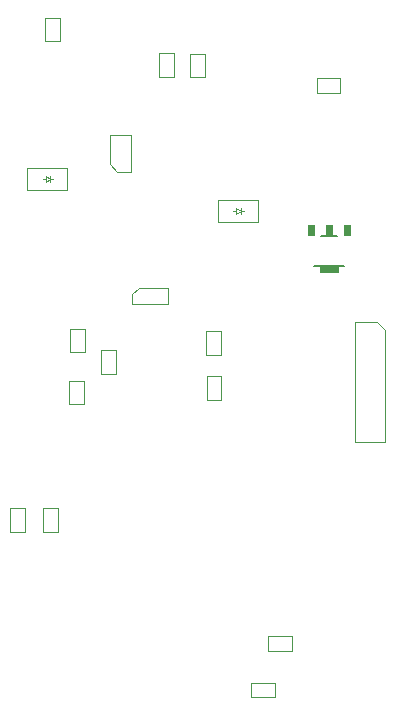
<source format=gbr>
G04 #@! TF.GenerationSoftware,KiCad,Pcbnew,5.1.6-c6e7f7d~87~ubuntu18.04.1*
G04 #@! TF.CreationDate,2020-11-02T00:43:46+05:30*
G04 #@! TF.ProjectId,Sensor_pcb_v3,53656e73-6f72-45f7-9063-625f76332e6b,rev?*
G04 #@! TF.SameCoordinates,Original*
G04 #@! TF.FileFunction,Other,Fab,Bot*
%FSLAX46Y46*%
G04 Gerber Fmt 4.6, Leading zero omitted, Abs format (unit mm)*
G04 Created by KiCad (PCBNEW 5.1.6-c6e7f7d~87~ubuntu18.04.1) date 2020-11-02 00:43:46*
%MOMM*%
%LPD*%
G01*
G04 APERTURE LIST*
%ADD10C,0.100000*%
%ADD11C,0.010000*%
%ADD12C,0.152400*%
G04 APERTURE END LIST*
D10*
X38408400Y-43275000D02*
X38408400Y-44675000D01*
X35368400Y-44675000D02*
X38408400Y-44675000D01*
X35938400Y-43275000D02*
X35368400Y-43825000D01*
X35368400Y-43825000D02*
X35368400Y-44675000D01*
X35938400Y-43275000D02*
X38388400Y-43275000D01*
D11*
G36*
X51779400Y-38943700D02*
G01*
X52279400Y-38943700D01*
X52279400Y-37943700D01*
X51779400Y-37943700D01*
X51779400Y-38943700D01*
G37*
X51779400Y-38943700D02*
X52279400Y-38943700D01*
X52279400Y-37943700D01*
X51779400Y-37943700D01*
X51779400Y-38943700D01*
G36*
X51229400Y-41943700D02*
G01*
X52829400Y-41943700D01*
X52829400Y-41443700D01*
X51229400Y-41443700D01*
X51229400Y-41943700D01*
G37*
X51229400Y-41943700D02*
X52829400Y-41943700D01*
X52829400Y-41443700D01*
X51229400Y-41443700D01*
X51229400Y-41943700D01*
D12*
X51349400Y-38943700D02*
X52709400Y-38943700D01*
X50749400Y-41443700D02*
X53309400Y-41443700D01*
D11*
G36*
X50279400Y-38803700D02*
G01*
X50779400Y-38803700D01*
X50779400Y-37943700D01*
X50279400Y-37943700D01*
X50279400Y-38803700D01*
G37*
X50279400Y-38803700D02*
X50779400Y-38803700D01*
X50779400Y-37943700D01*
X50279400Y-37943700D01*
X50279400Y-38803700D01*
G36*
X53279400Y-38803700D02*
G01*
X53779400Y-38803700D01*
X53779400Y-37943700D01*
X53279400Y-37943700D01*
X53279400Y-38803700D01*
G37*
X53279400Y-38803700D02*
X53779400Y-38803700D01*
X53779400Y-37943700D01*
X53279400Y-37943700D01*
X53279400Y-38803700D01*
D10*
X27807700Y-63969100D02*
X29047700Y-63969100D01*
X27807700Y-61969100D02*
X27807700Y-63969100D01*
X29047700Y-61969100D02*
X27807700Y-61969100D01*
X29047700Y-63969100D02*
X29047700Y-61969100D01*
X26261300Y-61981800D02*
X25021300Y-61981800D01*
X26261300Y-63981800D02*
X26261300Y-61981800D01*
X25021300Y-63981800D02*
X26261300Y-63981800D01*
X25021300Y-61981800D02*
X25021300Y-63981800D01*
X28427700Y-33843000D02*
X28427700Y-34351000D01*
X28046700Y-34097000D02*
X27792700Y-34097000D01*
X28427700Y-34097000D02*
X28681700Y-34097000D01*
X28046700Y-34351000D02*
X28427700Y-34097000D01*
X28046700Y-33843000D02*
X28046700Y-34351000D01*
X28427700Y-34097000D02*
X28046700Y-33843000D01*
X29873700Y-35047000D02*
X29873700Y-33147000D01*
X26473700Y-35047000D02*
X29873700Y-35047000D01*
X26473700Y-33147000D02*
X26473700Y-35047000D01*
X29873700Y-33147000D02*
X26473700Y-33147000D01*
X56108600Y-46205100D02*
X54203600Y-46205100D01*
X54203600Y-46205100D02*
X54203600Y-56365100D01*
X54203600Y-56365100D02*
X56743600Y-56365100D01*
X56743600Y-56365100D02*
X56743600Y-46840100D01*
X56743600Y-46840100D02*
X56108600Y-46205100D01*
X47443900Y-77975700D02*
X47443900Y-76735700D01*
X45443900Y-77975700D02*
X47443900Y-77975700D01*
X45443900Y-76735700D02*
X45443900Y-77975700D01*
X47443900Y-76735700D02*
X45443900Y-76735700D01*
X41607500Y-48947600D02*
X42847500Y-48947600D01*
X41607500Y-46947600D02*
X41607500Y-48947600D01*
X42847500Y-46947600D02*
X41607500Y-46947600D01*
X42847500Y-48947600D02*
X42847500Y-46947600D01*
X42916100Y-52805800D02*
X42916100Y-50805800D01*
X42916100Y-50805800D02*
X41676100Y-50805800D01*
X41676100Y-50805800D02*
X41676100Y-52805800D01*
X41676100Y-52805800D02*
X42916100Y-52805800D01*
X31343800Y-48752000D02*
X31343800Y-46752000D01*
X31343800Y-46752000D02*
X30103800Y-46752000D01*
X30103800Y-46752000D02*
X30103800Y-48752000D01*
X30103800Y-48752000D02*
X31343800Y-48752000D01*
X31298100Y-51158900D02*
X30058100Y-51158900D01*
X31298100Y-53158900D02*
X31298100Y-51158900D01*
X30058100Y-53158900D02*
X31298100Y-53158900D01*
X30058100Y-51158900D02*
X30058100Y-53158900D01*
X37637500Y-23447500D02*
X37637500Y-25447500D01*
X37637500Y-25447500D02*
X38877500Y-25447500D01*
X38877500Y-25447500D02*
X38877500Y-23447500D01*
X38877500Y-23447500D02*
X37637500Y-23447500D01*
X40294300Y-23469600D02*
X40294300Y-25469600D01*
X40294300Y-25469600D02*
X41534300Y-25469600D01*
X41534300Y-25469600D02*
X41534300Y-23469600D01*
X41534300Y-23469600D02*
X40294300Y-23469600D01*
X48871400Y-72798700D02*
X46871400Y-72798700D01*
X46871400Y-72798700D02*
X46871400Y-74038700D01*
X46871400Y-74038700D02*
X48871400Y-74038700D01*
X48871400Y-74038700D02*
X48871400Y-72798700D01*
X32720000Y-50598600D02*
X33960000Y-50598600D01*
X32720000Y-48598600D02*
X32720000Y-50598600D01*
X33960000Y-48598600D02*
X32720000Y-48598600D01*
X33960000Y-50598600D02*
X33960000Y-48598600D01*
X29258500Y-22440100D02*
X29258500Y-20440100D01*
X29258500Y-20440100D02*
X28018500Y-20440100D01*
X28018500Y-20440100D02*
X28018500Y-22440100D01*
X28018500Y-22440100D02*
X29258500Y-22440100D01*
X52998900Y-26779500D02*
X52998900Y-25539500D01*
X50998900Y-26779500D02*
X52998900Y-26779500D01*
X50998900Y-25539500D02*
X50998900Y-26779500D01*
X52998900Y-25539500D02*
X50998900Y-25539500D01*
X33471300Y-32810000D02*
X34121300Y-33460000D01*
X35271300Y-33460000D02*
X34121300Y-33460000D01*
X33471300Y-32810000D02*
X33471300Y-30360000D01*
X35271300Y-30360000D02*
X33471300Y-30360000D01*
X35271300Y-33460000D02*
X35271300Y-30360000D01*
X44549100Y-36560800D02*
X44549100Y-37068800D01*
X44168100Y-36814800D02*
X43914100Y-36814800D01*
X44549100Y-36814800D02*
X44803100Y-36814800D01*
X44168100Y-37068800D02*
X44549100Y-36814800D01*
X44168100Y-36560800D02*
X44168100Y-37068800D01*
X44549100Y-36814800D02*
X44168100Y-36560800D01*
X45995100Y-37764800D02*
X45995100Y-35864800D01*
X42595100Y-37764800D02*
X45995100Y-37764800D01*
X42595100Y-35864800D02*
X42595100Y-37764800D01*
X45995100Y-35864800D02*
X42595100Y-35864800D01*
M02*

</source>
